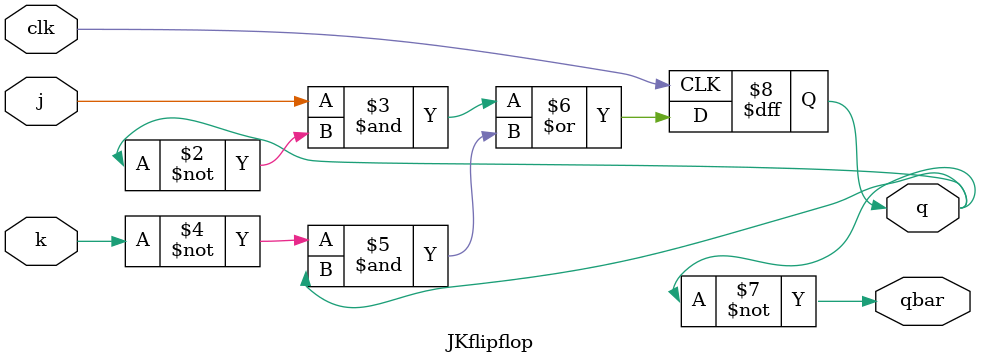
<source format=v>
module JKflipflop (
    input j,k,clk, output reg q, output qbar      // this is when assign statement is used, maybe ok 
    // inout j,k,clk, output reg q,qbar
);

    always @(posedge clk) begin
        q <= (j& ~q) | (~k & q);
        
    end
    assign qbar = ~q;

    // always @(posedge clk) begin             // this is purely sequential circuit
    //     case({j,k})
    //         2'b00: begin q<=q; qbar<=qbar; end
    //         2'b01: begin q<=1'b0; qbar<=1'b1; end
    //         2'b10: begin q<=1'b1; qbar<=1'b0; end
    //         2'b11: begin q<= ~q; qbar<= ~qbar; end
    //         default : q<=x; qbar<=x;
    //     endcase    
    // end
            
endmodule

</source>
